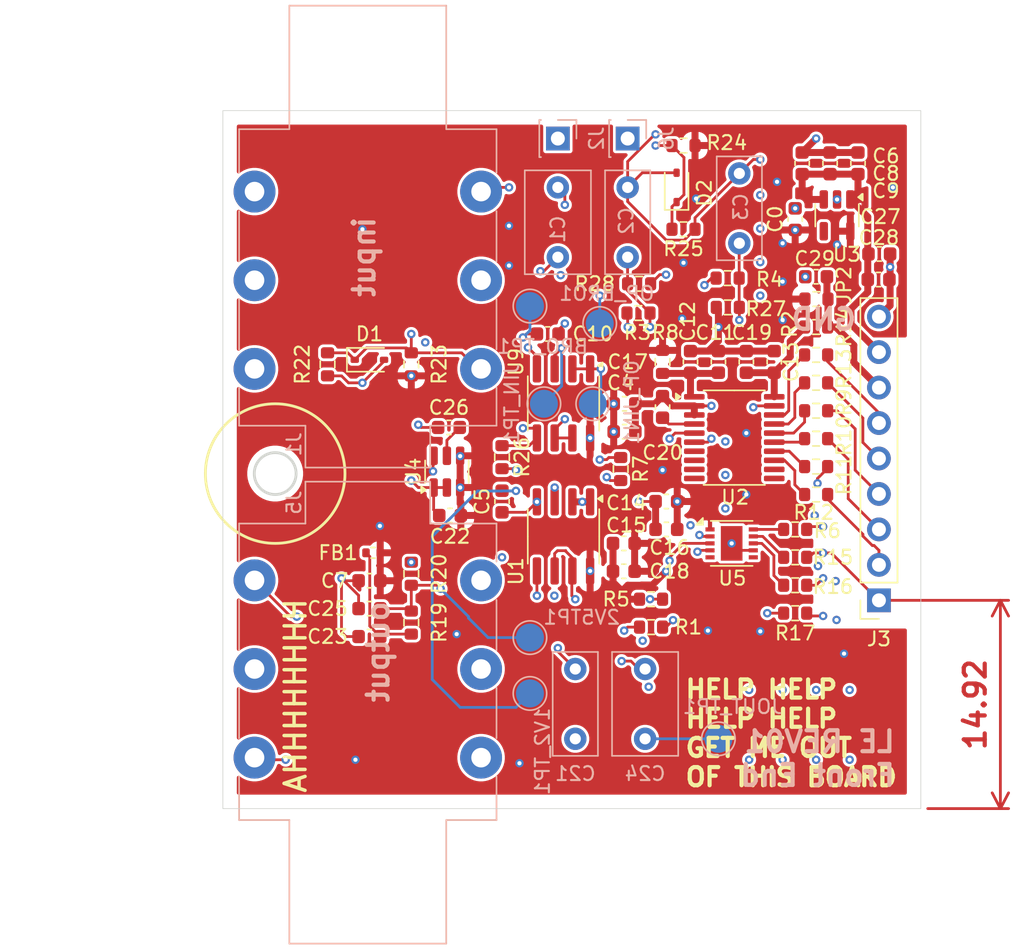
<source format=kicad_pcb>
(kicad_pcb (version 20241229) (generator "pcbnew") (generator_version "9.0")
  (layers (0 "F.Cu" mixed) (4 "In1.Cu" power "GND1") (6 "In2.Cu" mixed "Sig2") (8 "In3.Cu" mixed "Sig3") (10 "In4.Cu" power "GND2") (2 "B.Cu" jumper) (13 "F.Paste" user) (15 "B.Paste" user) (5 "F.SilkS" user "F.Silkscreen") (7 "B.SilkS" user "B.Silkscreen") (1 "F.Mask" user) (3 "B.Mask" user) (25 "Edge.Cuts" user))
  (net 0 "")
  (net 1 "+3V3_Analog")
  (net 2 "GND")
  (net 3 "/U1_REFERENCE_NON-INVERTING")
  (net 4 "/IN+")
  (net 5 "/IN-")
  (net 6 "Vin")
  (net 7 "/U9_input_neg")
  (net 8 "/POS_INPUT_SIG")
  (net 9 "/Neg_input_Header")
  (net 10 "Net-(U2-REFIN+{slash}OUT)")
  (net 11 "/VOUT")
  (net 12 "/SDO")
  (net 13 "/MCLK")
  (net 14 "/SCK")
  (net 15 "/{slash}IRQ")
  (net 16 "/SDI")
  (net 17 "/{slash}CS")
  (net 18 "Net-(U9A-+)")
  (net 19 "/ADC_PWR_AVDD")
  (net 20 "/2V5")
  (net 21 "Net-(U5-SDI)")
  (net 22 "/1V2")
  (net 23 "Net-(U2-SDO)")
  (net 24 "Net-(U2-SDI)")
  (net 25 "Net-(U2-SCK)")
  (net 26 "Net-(U2-*CS)")
  (net 27 "Net-(U2-*IRQ{slash}MDAT)")
  (net 28 "Net-(U2-MCLK)")
  (net 29 "Net-(U5-SCK)")
  (net 30 "Net-(U5-SDO)")
  (net 31 "Net-(U5-*CS)")
  (net 33 "/ADC_PWR_DVDD")
  (net 34 "/U1_INPUT_SIG")
  (net 35 "/2V5_INPUT_FILTER")
  (net 36 "/U1_OUTPUT_SIG")
  (net 37 "/U9_output_neg")
  (net 38 "Net-(U4-NR)")
  (net 47 "/OUTPUT_SIG")
  (net 48 "/U9_output_pos")
  (net 49 "+3V3_DIG")
  (footprint "Capacitor_SMD:C_0603_1608Metric" (layer "F.Cu") (at 81.697352 134.195882)
    (property "Reference" "C26")
    (property "Value" "0.1u")
  )
  (footprint "Resistor_SMD:R_0603_1608Metric" (layer "F.Cu") (at 79 148.175 90)
    (property "Reference" "R19")
    (property "Value" "2.4k")
  )
  (footprint "Capacitor_SMD:C_0603_1608Metric" (layer "F.Cu") (at 106.5 119.275 90)
    (property "Reference" "C0")
    (property "Value" "1u")
  )
  (footprint "Capacitor_SMD:C_0603_1608Metric" (layer "F.Cu") (at 109 115.275 90)
    (property "Reference" "C8")
    (property "Value" "0.1u")
  )
  (footprint "Capacitor_SMD:C_0603_1608Metric" (layer "F.Cu") (at 76.00097 147.175)
    (property "Reference" "C25")
    (property "Value" "0.1u")
  )
  (footprint "Resistor_SMD:R_0402_1005Metric" (layer "F.Cu") (at 76.265 143.175 180)
    (property "Reference" "FB1")
    (property "Value" "FerriteBead_Small")
  )
  (footprint "Resistor_SMD:R_0603_1608Metric" (layer "F.Cu") (at 106.5 147.5 180)
    (property "Reference" "R17")
    (property "Value" "33")
  )
  (footprint "Diode_SMD:D_SOD-323" (layer "F.Cu") (at 76 129.35)
    (property "Reference" "D1")
    (property "Value" "TSD05CDYFR")
  )
  (footprint "Resistor_SMD:R_0603_1608Metric" (layer "F.Cu") (at 101.662928 123.5)
    (property "Reference" "R4")
    (property "Value" "100")
  )
  (footprint "Resistor_SMD:R_0603_1608Metric" (layer "F.Cu") (at 85.5 136.325 -90)
    (property "Reference" "R26")
    (property "Value" "1k")
  )
  (footprint "Capacitor_SMD:C_0603_1608Metric" (layer "F.Cu") (at 94.275 134.5 180)
    (property "Reference" "C4")
    (property "Value" "0.1u")
  )
  (footprint "Capacitor_SMD:C_0603_1608Metric" (layer "F.Cu") (at 107 115.275 90)
    (property "Reference" "C6")
    (property "Value" "10u")
  )
  (footprint "Capacitor_SMD:C_0603_1608Metric" (layer "F.Cu") (at 88.775 127.5 180)
    (property "Reference" "C10")
    (property "Value" "1u")
  )
  (footprint "Resistor_SMD:R_0603_1608Metric" (layer "F.Cu") (at 95.275 126)
    (property "Reference" "R3")
    (property "Value" "100")
  )
  (footprint "Resistor_SMD:R_0603_1608Metric" (layer "F.Cu") (at 106.5 141.5 180)
    (property "Reference" "R6")
    (property "Value" "10")
  )
  (footprint "Capacitor_SMD:C_0603_1608Metric" (layer "F.Cu") (at 111 115.275 90)
    (property "Reference" "C9")
    (property "Value" "10u")
  )
  (footprint "Capacitor_SMD:C_0603_1608Metric" (layer "F.Cu") (at 76.00097 145.175)
    (property "Reference" "C7")
    (property "Value" "1u")
  )
  (footprint "Diode_SMD:D_SOD-323" (layer "F.Cu") (at 98.005954 117 90)
    (property "Reference" "D2")
    (property "Value" "TSD05CDYFR")
  )
  (footprint "Resistor_SMD:R_0603_1608Metric" (layer "F.Cu") (at 96.175 146.5 180)
    (property "Reference" "R5")
    (property "Value" "1Meg")
  )
  (footprint "Resistor_SMD:R_0603_1608Metric" (layer "F.Cu") (at 97 129.5 -90)
    (property "Reference" "R8")
    (property "Value" "33")
  )
  (footprint "Capacitor_SMD:C_0603_1608Metric" (layer "F.Cu") (at 105 129.5 -90)
    (property "Reference" "C13")
    (property "Value" "0.1u")
  )
  (footprint "Resistor_SMD:R_0603_1608Metric" (layer "F.Cu") (at 98.5 120)
    (property "Reference" "R25")
    (property "Value" "1Meg")
  )
  (footprint "Resistor_SMD:R_0603_1608Metric" (layer "F.Cu") (at 108 129 180)
    (property "Reference" "R14")
    (property "Value" "10")
  )
  (footprint "Resistor_SMD:R_0603_1608Metric" (layer "F.Cu") (at 106.5 145.5 180)
    (property "Reference" "R16")
    (property "Value" "10")
  )
  (footprint "Package_SO:SOIC-8_3.9x4.9mm_P1.27mm" (layer "F.Cu") (at 89.905 132.475 -90)
    (property "Reference" "U9")
    (property "Value" "LME49721")
  )
  (footprint "Capacitor_SMD:C_0603_1608Metric" (layer "F.Cu") (at 94.225 144.5)
    (property "Reference" "C18")
    (property "Value" "0.1u")
  )
  (footprint "Capacitor_SMD:C_0603_1608Metric" (layer "F.Cu") (at 97.275 141.5)
    (property "Reference" "C15")
    (property "Value" "0.1u")
  )
  (footprint "Resistor_SMD:R_0603_1608Metric" (layer "F.Cu") (at 79 144.675 90)
    (property "Reference" "R20")
    (property "Value" "7.5k")
  )
  (footprint "Resistor_SMD:R_0603_1608Metric" (layer "F.Cu") (at 108 133 180)
    (property "Reference" "R9")
    (property "Value" "10")
  )
  (footprint "Resistor_SMD:R_0603_1608Metric" (layer "F.Cu") (at 98.5 114 180)
    (property "Reference" "R24")
    (property "Value" "1Meg")
  )
  (footprint "Capacitor_SMD:C_0603_1608Metric" (layer "F.Cu") (at 108 123.4 180)
    (property "Reference" "C29")
    (property "Value" "1u")
  )
  (footprint "Resistor_SMD:R_0603_1608Metric" (layer "F.Cu") (at 106.5 143.5 180)
    (property "Reference" "R15")
    (property "Value" "10")
  )
  (footprint "Capacitor_SMD:C_0603_1608Metric" (layer "F.Cu") (at 76 149.175)
    (property "Reference" "C23")
    (property "Value" "0.1u")
  )
  (footprint "Resistor_SMD:R_0603_1608Metric" (layer "F.Cu") (at 96.175 148.5 180)
    (property "Reference" "R1")
    (property "Value" "100")
  )
  (footprint "Resistor_SMD:R_0603_1608Metric" (layer "F.Cu") (at 108 127)
    (property "Reference" "R2")
    (property "Value" "33")
  )
  (footprint "Capacitor_SMD:C_0603_1608Metric" (layer "F.Cu") (at 97 132.725 -90)
    (property "Reference" "C20")
    (property "Value" "0.1u")
  )
  (footprint "Resistor_SMD:R_0603_1608Metric" (layer "F.Cu") (at 108 131 180)
    (property "Reference" "R13")
    (property "Value" "10")
  )
  (footprint "Resistor_SMD:R_0603_1608Metric" (layer "F.Cu") (at 108 139 180)
    (property "Reference" "R12")
    (property "Value" "10")
  )
  (footprint "Package_SO:TSSOP-20_4.4x6.5mm_P0.65mm" (layer "F.Cu") (at 102.1375 134.925)
    (property "Reference" "U2")
    (property "Value" "MCP3461RT-E/ST")
  )
  (footprint "Package_DFN_QFN:DFN-10-1EP_3x3mm_P0.5mm_EP1.55x2.48mm" (layer "F.Cu") (at 101.95 142.5)
    (property "Reference" "U5")
    (property "Value" "MCP48CVD21T-E/MF")
  )
  (footprint "Capacitor_SMD:C_0603_1608Metric" (layer "F.Cu") (at 99 129.5 -90)
    (property "Reference" "C12")
    (property "Value" "0.1u")
  )
  (footprint "Resistor_SMD:R_0603_1608Metric" (layer "F.Cu") (at 73 129.675 -90)
    (property "Reference" "R22")
    (property "Value" "1Meg")
  )
  (footprint "Capacitor_SMD:C_0603_1608Metric" (layer "F.Cu") (at 112.475 123.6)
    (property "Reference" "C28")
    (property "Value" "1u")
  )
  (footprint "Resistor_SMD:R_0603_1608Metric" (layer "F.Cu") (at 108 137 180)
    (property "Reference" "R11")
    (property "Value" "10")
  )
  (footprint "Resistor_SMD:R_0603_1608Metric" (layer "F.Cu") (at 95.319223 123.905259 180)
    (property "Reference" "R28")
    (property "Value" "10k")
  )
  (footprint "Connector_PinSocket_2.54mm:PinSocket_1x09_P2.54mm_Vertical" (layer "F.Cu") (at 112.5 146.58 180)
    (property "Reference" "J3")
    (property "Value" "Conn_01x06")
  )
  (footprint "Capacitor_SMD:C_0603_1608Metric" (layer "F.Cu") (at 94.275 132.5 180)
    (property "Reference" "C17")
    (property "Value" "0.1u")
  )
  (footprint "Package_TO_SOT_SMD:SOT-23-5" (layer "F.Cu") (at 109.5 119 -90)
    (property "Reference" "U3")
    (property "Value" "NCP163ASN330T1G")
  )
  (footprint "Resistor_SMD:R_0603_1608Metric" (layer "F.Cu") (at 108 135 180)
    (property "Reference" "R10")
    (property "Value" "10")
  )
  (footprint "Resistor_SMD:R_0603_1608Metric" (layer "F.Cu") (at 108.025 125)
    (property "Reference" "JP2")
    (property "Value" "Jumper_2_Bridged")
  )
  (footprint "Resistor_SMD:R_0603_1608Metric" (layer "F.Cu") (at 79 129.675 90)
    (property "Reference" "R23")
    (property "Value" "1Meg")
  )
  (footprint "Capacitor_SMD:C_0603_1608Metric" (layer "F.Cu") (at 94.225 142.5)
    (property "Reference" "C16")
    (property "Value" "0.1u")
  )
  (footprint "Resistor_SMD:R_0603_1608Metric" (layer "F.Cu") (at 101.675 125.594741)
    (property "Reference" "R27")
    (property "Value" "10k")
  )
  (footprint "Package_TO_SOT_SMD:SOT-23-6" (layer "F.Cu") (at 81.55 137.3625 90)
    (property "Reference" "U4")
    (property "Value" "REF35120QDBVR")
  )
  (footprint "Resistor_SMD:R_0603_1608Metric" (layer "F.Cu") (at 94 137.175 -90)
    (property "Reference" "R7")
    (property "Value" "1k")
  )
  (footprint "Capacitor_SMD:C_0603_1608Metric" (layer "F.Cu") (at 97.275 139.5)
    (property "Reference" "C14")
    (property "Value" "10u")
  )
  (footprint "Capacitor_SMD:C_0603_1608Metric" (layer "F.Cu") (at 103 129.5 -90)
    (property "Reference" "C19")
    (property "Value" "0.1u")
  )
  (footprint "Capacitor_SMD:C_0603_1608Metric" (layer "F.Cu") (at 112.525 121.77)
    (property "Reference" "C27")
    (property "Value" "10u")
  )
  (footprint "Package_SO:SOIC-8_3.9x4.9mm_P1.27mm" (layer "F.Cu") (at 89.905 142 -90)
    (property "Reference" "U1")
    (property "Value" "LME49721")
  )
  (footprint "Capacitor_SMD:C_0603_1608Metric" (layer "F.Cu") (at 101 129.5 -90)
    (property "Reference" "C11")
    (property "Value" "0.1u")
  )
  (footprint "Capacitor_SMD:C_0603_1608Metric" (layer "F.Cu") (at 85.5 139.5 90)
    (property "Reference" "C5")
    (property "Value" "1u")
  )
  (footprint "Capacitor_SMD:C_0603_1608Metric" (layer "F.Cu") (at 81.775 140.5)
    (property "Reference" "C22")
    (property "Value" "0.1u")
  )
  (footprint "Capacitor_THT:C_Rect_L7.2mm_W3.0mm_P5.00mm_FKS2_FKP2_MKS2_MKP2" (layer "B.Cu") (at 94.5 117 -90)
    (property "Reference" "C2")
    (property "Value" "47n")
  )
  (footprint "Connector_Audio:Jack_6.35mm_Neutrik_NMJ6HFD2_Horizontal" (layer "B.Cu") (at 67.77 145.15 -90)
    (property "Reference" "J5")
    (property "Value" "Barrel_Jack")
  )
  (footprint "TestPoint:TestPoint_Pad_D2.0mm" (layer "B.Cu") (at 88.5 132.5 180)
    (property "Reference" "JIN_TP1")
    (property "Value" "TestPoint")
  )
  (footprint "Capacitor_THT:C_Rect_L7.2mm_W3.0mm_P5.00mm_FKS2_FKP2_MKS2_MKP2" (layer "B.Cu") (at 90.75 156.5 90)
    (property "Reference" "C21")
    (property "Value" "0.1u")
  )
  (footprint "Capacitor_THT:C_Rect_L7.2mm_W4.5mm_P5.00mm_FKS2_FKP2_MKS2_MKP2" (layer "B.Cu") (at 95.75 151.5 -90)
    (property "Reference" "C24")
    (property "Value" "1u")
  )
  (footprint "Connector_Audio:Jack_6.35mm_Neutrik_NMJ6HFD2_Horizontal" (layer "B.Cu") (at 84 130 90)
    (property "Reference" "J1")
    (property "Value" "Barrel_Jack")
  )
  (footprint "TestPoint:TestPoint_Pad_D2.0mm" (layer "B.Cu") (at 87.5 153.25 180)
    (property "Reference" "1V2_TP1")
    (property "Value" "TestPoint")
  )
  (footprint "TestPoint:TestPoint_Pad_D2.0mm" (layer "B.Cu") (at 92.5 126.75 180)
    (property "Reference" "OP_BRO1")
    (property "Value" "TestPoint")
  )
  (footprint "TestPoint:TestPoint_Pad_D2.0mm" (layer "B.Cu") (at 101 156.5 180)
    (property "Reference" "JOUT_TP1")
    (property "Value" "TestPoint")
  )
  (footprint "TestPoint:TestPoint_Pad_D2.0mm" (layer "B.Cu") (at 87.5 149.25 180)
    (property "Reference" "2V5TP1")
    (property "Value" "TestPoint")
  )
  (footprint "Capacitor_THT:C_Rect_L7.2mm_W4.5mm_P5.00mm_FKS2_FKP2_MKS2_MKP2" (layer "B.Cu") (at 89.5 122 90)
    (property "Reference" "C1")
    (property "Value" "1u")
  )
  (footprint "TestPoint:TestPoint_Pad_D2.0mm" (layer "B.Cu") (at 87.5 125.5 180)
    (property "Reference" "BRO_TP1")
    (property "Value" "TestPoint")
  )
  (footprint "Connector_PinSocket_2.54mm:PinSocket_1x01_P2.54mm_Vertical" (layer "B.Cu") (at 89.5 113.5 90)
    (property "Reference" "J2")
    (property "Value" "Conn_01x01")
  )
  (footprint "Capacitor_THT:C_Rect_L7.2mm_W3.0mm_P5.00mm_FKS2_FKP2_MKS2_MKP2" (layer "B.Cu") (at 102.5 116 -90)
    (property "Reference" "C3")
    (property "Value" "47n")
  )
  (footprint "Connector_PinSocket_2.54mm:PinSocket_1x01_P2.54mm_Vertical" (layer "B.Cu") (at 94.5 113.5 90)
    (property "Reference" "J6")
    (property "Value" "Conn_01x01")
  )
  (footprint "TestPoint:TestPoint_Pad_D2.0mm" (layer "B.Cu") (at 92 132.5 180)
    (property "Reference" "OP_JIN1")
    (property "Value" "TestPoint")
  )
  (gr_circle (center 69.25 137.5) (end 74.25 137.5) (stroke (width 0.2)) (fill no) (layer "F.SilkS"))
  (gr_circle (center 69.25 137.5) (end 70.75 137.5) (stroke (width 0.2)) (fill no) (layer "Edge.Cuts"))
  (gr_rect (start 65.5 111.5) (end 115.5 161.5) (stroke (width 0.05)) (fill no) (layer "Edge.Cuts"))
  (gr_text "HELP HELP\nHELP HELP\nGET ME OUT\nOF THIS BOARD" (at 98.5 160 0) (layer "F.SilkS") (effects (font (size 1.3 1.3) (thickness 0.3) (bold yes)) (justify left bottom)))
  (gr_text "AHHHHHHHH\n\n" (at 74 160.5 90) (layer "F.SilkS") (effects (font (size 1.5 1.5) (thickness 0.25) (bold yes)) (justify left bottom)))
  (gr_text "LE REV01 \nFront End\n" (at 113.8 160 0) (layer "B.SilkS") (effects (font (size 1.5 1.5) (thickness 0.3) (bold yes)) (justify left bottom mirror)))
  (gr_text "input\n" (at 76.5 125 90) (layer "B.SilkS") (effects (font (size 1.5 1.5) (thickness 0.3) (bold yes)) (justify right bottom mirror)))
  (gr_text "GND" (at 111.030339 127.330339 0) (layer "B.SilkS") (effects (font (size 1.5 1.5) (thickness 0.3) (bold yes)) (justify left bottom mirror)))
  (gr_text "output" (at 77.5 146.5 90) (layer "B.SilkS") (effects (font (size 1.5 1.5) (thickness 0.3) (bold yes)) (justify left bottom mirror)))
  (dimension (type orthogonal) (layer "F.Cu") (pts (xy 115.5 161.5) (xy 112.5 146.58)) (height 5.7) (orientation 1) (format (prefix "") (suffix "") (units 3) (units_format 0) (precision 4) (suppress_zeroes yes)) (style (thickness 0.2) (arrow_length 1.27) (text_position_mode 0) (arrow_direction outward) (extension_height 0.58642) (extension_offset 0.5) (keep_text_aligned yes)) (gr_text "14.92" (at 119.4 154.04 90) (layer "F.Cu") (effects (font (size 1.5 1.5) (thickness 0.3)))))
  (segment (start 98.05 139.5) (end 99 139.5) (width 0.2) (layer "F.Cu") (net 1))
  (segment (start 98.5 139.5) (end 98.5 139.25) (width 0.2) (layer "F.Cu") (net 1))
  (segment (start 100.4 140.9) (end 100.4 141.5) (width 0.2) (layer "F.Cu") (net 1))
  (segment (start 76.775 143.175) (end 76.775 145.17403) (width 0.2) (layer "F.Cu") (net 1))
  (segment (start 76.775 145.17403) (end 76.77597 145.175) (width 0.2) (layer "F.Cu") (net 1))
  (segment (start 93.5 134.5) (end 93.5 132.5) (width 0.2) (layer "F.Cu") (net 1))
  (segment (start 98.05 139.5) (end 98.05 141.5) (width 0.2) (layer "F.Cu") (net 1))
  (segment (start 100.4 141.5) (end 100.5 141.5) (width 0.2) (layer "F.Cu") (net 1))
  (segment (start 99 139.5) (end 100.4 140.9) (width 0.2) (layer "F.Cu") (net 1))
  (segment (start 82.5 136.225) (end 82.5 136.25) (width 0.2) (layer "F.Cu") (net 1))
  (via (at 82.5 136.25) (size 0.6) (drill 0.3) (layers "F.Cu" "B.Cu") (net 1))
  (via (at 104 148.8) (size 0.6) (drill 0.3) (layers "F.Cu" "B.Cu") (net 1))
  (via (at 105.2 116.6) (size 0.6) (drill 0.3) (layers "F.Cu" "B.Cu") (net 1))
  (via (at 105.6 121) (size 0.6) (drill 0.3) (layers "F.Cu" "B.Cu") (net 1))
  (via (at 86.75 158.25) (size 0.6) (drill 0.3) (layers "F.Cu" "B.Cu") (net 1))
  (via (at 98.4 126.4) (size 0.6) (drill 0.3) (layers "F.Cu" "B.Cu") (net 1))
  (via (at 103 134.6) (size 0.6) (drill 0.3) (layers "F.Cu" "B.Cu") (net 1))
  (via (at 105.6 126.5) (size 0.6) (drill 0.3) (layers "F.Cu" "B.Cu") (net 1))
  (via (at 91.81 144.475) (size 0.6) (drill 0.3) (layers "F.Cu" "B.Cu") (net 1))
  (via (at 98.05 139.5) (size 0.6) (drill 0.3) (layers "F.Cu" "B.Cu") (net 1))
  (via (at 79 130.5) (size 0.6) (drill 0.3) (layers "F.Cu" "B.Cu") (net 1))
  (via (at 98.5 122.4) (size 0.6) (drill 0.3) (layers "F.Cu" "B.Cu") (net 1))
  (via (at 75.5 120) (size 0.6) (drill 0.3) (layers "F.Cu" "B.Cu") (net 1))
  (via (at 91.81 134.95) (size 0.6) (drill 0.3) (layers "F.Cu" "B.Cu") (net 1))
  (via (at 105.6 123.75) (size 0.6) (drill 0.3) (layers "F.Cu" "B.Cu") (net 1))
  (via (at 100.25 148.75) (size 0.6) (drill 0.3) (layers "F.Cu" "B.Cu") (net 1))
  (via (at 93.5 132.5) (size 0.6) (drill 0.3) (layers "F.Cu" "B.Cu") (net 1))
  (via (at 86 119.75) (size 0.6) (drill 0.3) (layers "F.Cu" "B.Cu") (net 1))
  (via (at 106.5 120.05) (size 0.6) (drill 0.3) (layers "F.Cu" "B.Cu") (net 1))
  (via (at 86 122.6) (size 0.6) (drill 0.3) (layers "F.Cu" "B.Cu") (net 1))
  (via (at 110 150.4) (size 0.6) (drill 0.3) (layers "F.Cu" "B.Cu") (net 1))
  (via (at 82.25 149) (size 0.6) (drill 0.3) (layers "F.Cu" "B.Cu") (net 1))
  (via (at 97 137.25) (size 0.6) (drill 0.3) (layers "F.Cu" "B.Cu") (net 1))
  (via (at 113.5 117) (size 0.6) (drill 0.3) (layers "F.Cu" "B.Cu") (net 1))
  (via (at 76.75 141.25) (size 0.6) (drill 0.3) (layers "F.Cu" "B.Cu") (net 1))
  (via (at 93.5 134.5) (size 0.6) (drill 0.3) (layers "F.Cu" "B.Cu") (net 1))
  (via (at 109.5 121.1) (size 0.6) (drill 0.3) (layers "F.Cu" "B.Cu") (net 1))
  (via (at 82.5 138.5) (size 0.6) (drill 0.3) (layers "F.Cu" "B.Cu") (net 1))
  (via (at 103 139) (size 0.6) (drill 0.3) (layers "F.Cu" "B.Cu") (net 1))
  (via (at 75 158) (size 0.6) (drill 0.3) (layers "F.Cu" "B.Cu") (net 1))
  (via (at 99.4 117.8) (size 0.6) (drill 0.3) (layers "F.Cu" "B.Cu") (net 1))
  (segment (start 84.2 117.5) (end 84 117.3) (width 0.2) (layer "F.Cu") (net 2))
  (segment (start 74 145) (end 74 148.85) (width 0.2) (layer "F.Cu") (net 2))
  (segment (start 96.45006 113.199997) (end 94.5 115.150057) (width 0.2) (layer "F.Cu") (net 2))
  (segment (start 88 129.107772) (end 88 130) (width 0.2) (layer "F.Cu") (net 2))
  (segment (start 81.55 138.5) (end 80.6 138.5) (width 0.2) (layer "F.Cu") (net 2))
  (segment (start 101 127) (end 101 125.744741) (width 0.5) (layer "F.Cu") (net 2))
  (segment (start 96.45 132.5) (end 97 131.95) (width 0.5) (layer "F.Cu") (net 2))
  (segment (start 100.5 132.65) (end 99.275 132.65) (width 0.2) (layer "F.Cu") (net 2))
  (segment (start 75.22597 147.175) (end 75.22597 146.22597) (width 0.2) (layer "F.Cu") (net 2))
  (segment (start 103.6 132.65) (end 103.5 132.75) (width 0.2) (layer "F.Cu") (net 2))
  (segment (start 96.5 113.199997) (end 96.45006 113.199997) (width 0.2) (layer "F.Cu") (net 2))
  (segment (start 75.22597 145.175) (end 74.175 145.175) (width 0.2) (layer "F.Cu") (net 2))
  (segment (start 99.325 119.175) (end 102.5 116) (width 0.2) (layer "F.Cu") (net 2))
  (segment (start 97 131.95) (end 97.7 132.65) (width 0.5) (layer "F.Cu") (net 2))
  (segment (start 103.5 143) (end 102.45 143) (width 0.2) (layer "F.Cu") (net 2))
  (segment (start 101 128) (end 100.275 128.725) (width 0.5) (layer "F.Cu") (net 2))
  (segment (start 95.05 132.5) (end 95.05 134.5) (width 0.5) (layer "F.Cu") (net 2))
  (segment (start 87 140.275) (end 85.5 140.275) (width 0.2) (layer "F.Cu") (net 2))
  (segment (start 95.5 145.5) (end 95.515294 145.484706) (width 0.5) (layer "F.Cu") (net 2))
  (segment (start 99.275 132.65) (end 99.275 133.3) (width 0.5) (layer "F.Cu") (net 2))
  (segment (start 95.05 132.5) (end 96.45 132.5) (width 0.5) (layer "F.Cu") (net 2))
  (segment (start 112.5 126.26) (end 113.3 125.46) (width 0.5) (layer "F.Cu") (net 2))
  (segment (start 88 139.525) (end 87.25 140.275) (width 0.2) (layer "F.Cu") (net 2))
  (segment (start 94.5 117) (end 94.5 118.014064) (width 0.2) (layer "F.Cu") (net 2))
  (segment (start 99 128.725) (end 105 128.725) (width 0.5) (layer "F.Cu") (net 2))
  (segment (start 67.92 158) (end 67.77 157.85) (width 0.2) (layer "F.Cu") (net 2))
  (segment (start 93.979866 145.979866) (end 93.979866 145.805866) (width 0.5) (layer "F.Cu") (net 2))
  (segment (start 113.3 122.7) (end 113.3 121.77) (width 0.5) (layer "F.Cu") (net 2))
  (segment (start 95.35 146.5) (end 94.5 146.5) (width 0.5) (layer "F.Cu") (net 2))
  (segment (start 95.515294 145.484706) (end 96.265294 145.484706) (width 0.5) (layer "F.Cu") (net 2))
  (segment (start 102.5 116) (end 103.5 115) (width 0.2) (layer "F.Cu") (net 2))
  (segment (start 101 125.744741) (end 100.85 125.594741) (width 0.5) (layer "F.Cu") (net 2))
  (segment (start 93.979866 145.805866) (end 94.226 145.805866) (width 0.5) (layer "F.Cu") (net 2))
  (segment (start 95.55 115.95) (end 94.5 117) (width 0.2) (layer "F.Cu") (net 2))
  (segment (start 102.45 143) (end 101.95 142.5) (width 0.2) (layer "F.Cu") (net 2))
  (segment (start 94.226 145.783892) (end 94.509892 145.5) (width 0.5) (layer "F.Cu") (net 2))
  (segment (start 86 117) (end 84.3 117) (width 0.2) (layer "F.Cu") (net 2))
  (segment (start 97.5 144.75) (end 97.25 144.5) (width 0.2) (layer "F.Cu") (net 2))
  (segment (start 95.3 139.5) (end 96.5 139.5) (width 0.2) (layer "F.Cu") (net 2))
  (segment (start 74.175 145.175) (end 74 145) (width 0.2) (layer "F.Cu") (net 2))
  (segment (start 94.226 145.805866) (end 94.226 145.783892) (width 0.5) (layer "F.Cu") (net 2))
  (segment (start 93.45 145.45) (end 93.45 144.5) (width 0.5) (layer "F.Cu") (net 2))
  (segment (start 95.356325 146.493675) (end 95.35 146.5) (width 0.2) (layer "F.Cu") (net 2))
  (segment (start 79.5 138.5) (end 79 138) (width 0.2) (layer "F.Cu") (net 2))
  (segment (start 99.325 120) (end 99.325 119.175) (width 0.2) (layer "F.Cu") (net 2))
  (segment (start 97.7 132.65) (end 99.275 132.65) (width 0.5) (layer "F.Cu") (net 2))
  (segment (start 94.5 146.5) (end 93.979866 145.979866) (width 0.5) (layer "F.Cu") (net 2))
  (segment (start 74 130.5) (end 74.5 131) (width 0.2) (layer "F.Cu") (net 2))
  (segment (start 75.22597 146.22597) (end 74 145) (width 0.2) (layer "F.Cu") (net 2))
  (segment (start 93.45 142.5) (end 93.45 144.5) (width 0.5) (layer "F.Cu") (net 2))
  (segment (start 94.509892 145.5) (end 95.5 145.5) (width 0.5) (layer "F.Cu") (net 2))
  (segment (start 87.357772 128.465544) (end 88 129.107772) (width 0.2) (layer "F.Cu") (net 2))
  (segment (start 105 132.65) (end 103.6 132.65) (width 0.2) (layer "F.Cu") (net 2))
  (segment (start 93.805866 145.805866) (end 93.45 145.45) (width 0.5) (layer "F.Cu") (net 2))
  (segment (start 77.05 129.35) (end 77.05 129.45) (width 0.2) (layer "F.Cu") (net 2))
  (segment (start 93.979866 145.805866) (end 93.805866 145.805866) (width 0.5) (layer "F.Cu") (net 2))
  (segment (start 80.6 138.5) (end 80.6 140.1) (width 0.2) (layer "F.Cu") (net 2))
  (segment (start 96.5 141.5) (end 96.5 139.5) (width 0.5) (layer "F.Cu") (net 2))
  (segment (start 100.275 128.725) (end 99 128.725) (width 0.5) (layer "F.Cu") (net 2))
  (segment (start 80.6 140.1) (end 81 140.5) (width 0.2) (layer "F.Cu") (net 2))
  (segment (start 113.3 125.46) (end 113.3 122.7) (width 0.5) (layer "F.Cu") (net 2))
  (segment (start 74.5 131) (end 75.5 131) (width 0.2) (layer "F.Cu") (net 2))
  (segment (start 80.6 138.5) (end 79.5 138.5) (width 0.2) (layer "F.Cu") (net 2))
  (segment (start 80.922352 134.195882) (end 79.695882 134.195882) (width 0.2) (layer "F.Cu") (net 2))
  (segment (start 96.265294 145.484706) (end 97.25 144.5) (width 0.5) (layer "F.Cu") (net 2))
  (segment (start 73 130.5) (end 74 130.5) (width 0.2) (layer "F.Cu") (net 2))
  (segment (start 98.005954 115.95) (end 95.55 115.95) (width 0.2) (layer "F.Cu") (net 2))
  (segment (start 74 148.85) (end 74.325 149.175) (width 0.2) (layer "F.Cu") (net 2))
  (segment (start 101 127) (end 101 128) (width 0.5) (layer "F.Cu") (net 2))
  (segment (start 96.799482 123.25) (end 96.144223 123.905259) (width 0.2) (layer "F.Cu") (net 2))
  (segment (start 97.261936 120.776) (end 98.549 120.776) (width 0.2) (layer "F.Cu") (net 2))
  (segment (start 97.25 123.25) (end 96.799482 123.25) (width 0.2) (layer "F.Cu") (net 2))
  (segment (start 107 114.5) (end 111 114.5) (width 0.5) (layer "F.Cu") (net 2))
  (segment (start 98.549 120.776) (end 99.325 120) (width 0.2) (layer "F.Cu") (net 2))
  (segment (start 87.25 140.275) (end 87 140.275) (width 0.2) (layer "F.Cu") (net 2))
  (segment (start 94.5 118.014064) (end 97.261936 120.776) (width 0.2) (layer "F.Cu") (net 2))
  (segment (start 70 158) (end 67.92 158) (width 0.2) (layer "F.Cu") (net 2))
  (segment (start 94.5 115.150057) (end 94.5 117) (width 0.2) (layer "F.Cu") (net 2))
  (segment (start 74.325 149.175) (end 75.225 149.175) (width 0.2) (layer "F.Cu") (net 2))
  (segment (start 103.5 115) (end 104 115) (width 0.2) (layer "F.Cu") (net 2))
  (segment (start 77.05 129.45) (end 75.5 131) (width 0.2) (layer "F.Cu") (net 2))
  (segment (start 79.695882 134.195882) (end 79.5 134) (width 0.2) (layer "F.Cu") (net 2))
  (segment (start 108 113.5) (end 107 114.5) (width 0.5) (layer "F.Cu") (net 2))
  (segment (start 84.3 117) (end 84 117.3) (width 0.2) (layer "F.Cu") (net 2))
  (via (at 107.225 123.4) (size 0.6) (drill 0.3) (layers "F.Cu" "B.Cu") (net 2))
  (via (at 97.25 123.25) (size 0.6) (drill 0.3) (layers "F.Cu" "B.Cu") (net 2))
  (via (at 101.5 135.2) (size 0.6) (drill 0.3) (layers "F.Cu" "B.Cu") (net 2))
  (via (at 96.004952 152.774758) (size 0.6) (drill 0.3) (layers "F.Cu" "B.Cu") (net 2))
  (via (at 105.6 153) (size 0.6) (drill 0.3) (layers "F.Cu" "B.Cu") (net 2))
  (via (at 106.5 118.5) (size 0.6) (drill 0.3) (layers "F.Cu" "B.Cu") (net 2))
  (via (at 75.5 131) (size 0.6) (drill 0.3) (layers "F.Cu" "B.Cu") (net 2))
  (via (at 108.134761 144.122205) (size 0.6) (drill 0.3) (layers "F.Cu" "B.Cu") (net 2))
  (via (at 99 141.2) (size 0.6) (drill 0.3) (layers "F.Cu" "B.Cu") (net 2))
  (via (at 107.9 140.5) (size 0.6) (drill 0.3) (layers "F.Cu" "B.Cu") (net 2))
  (via (at 95.3 139.5) (size 0.6) (drill 0.3) (layers "F.Cu" "B.Cu") (net 2))
  (via (at 101 127) (size 0.6) (drill 0.3) (layers "F.Cu" "B.Cu") (net 2))
  (via (at 74 145) (size 0.6) (drill 0.3) (layers "F.Cu" "B.Cu") (net 2))
  (via (at 86 117) (size 0.6) (drill 0.3) (layers "F.Cu" "B.Cu") (net 2))
  (via (at 108 113.5) (size 0.6) (drill 0.3) (layers "F.Cu" "B.Cu") (net 2))
  (via (at 104 119.95) (size 0.6) (drill 0.3) (layers "F.Cu" "B.Cu") (net 2))
  (via (at 101.95 142.5) (size 0.6) (drill 0.3) (layers "F.Cu" "B.Cu") (net 2))
  (via (at 109.4 145.2) (size 0.6) (drill 0.3) (layers "F.Cu" "B.Cu") (net 2))
  (via (at 70 158) (size 0.6) (drill 0.3) (layers "F.Cu" "B.Cu") (net 2))
  (via (at 109.5 117.8625) (size 0.6) (drill 0.3) (layers "F.Cu" "B.Cu") (net 2))
  (via (at 87.357772 128.465544) (size 0.6) (drill 0.3) (layers "F.Cu" "B.Cu") (net 2))
  (via (at 89.699999 123.284524) (size 0.6) (drill 0.3) (layers "F.Cu" "B.Cu") (net 2))
  (via (at 79 138) (size 0.6) (drill 0.3) (layers "F.Cu" "B.Cu") (net 2))
  (via (at 95.573514 149.474986) (size 0.6) (drill 0.3) (layers "F.Cu" "B.Cu") (net 2))
  (via (at 108 153) (size 0.6) (drill 0.3) (layers "F.Cu" "B.Cu") (net 2))
  (via (at 103.2 158) (size 0.6) (drill 0.3) (layers "F.Cu" "B.Cu") (net 2))
  (via (at 103.2 153) (size 0.6) (drill 0.3) (layers "F.Cu" "B.Cu") (net 2))
  (via (at 104 122.35) (size 0.6) (drill 0.3) (layers "F.Cu" "B.Cu") (net 2))
  (via (at 109.463677 147.984853) (size 0.6) (drill 0.3) (layers "F.Cu" "B.Cu") (net 2))
  (via (at 89.25 146.25) (size 0.6) (drill 0.3) (layers "F.Cu" "B.Cu") (net 2))
  (via (at 113.3 122.7) (size 0.6) (drill 0.3) (layers "F.Cu" "B.Cu") (net 2))
  (via (at 79 143.85) (size 0.6) (drill 0.3) (layers "F.Cu" "B.Cu") (net 2))
  (via (at 97.25 144.5) (size 0.6) (drill 0.3) (layers "F.Cu" "B.Cu") (net 2))
  (via (at 104 115) (size 0.6) (drill 0.3) (layers "F.Cu" "B.Cu") (net 2))
  (via (at 85.5 143.5) (size 0.6) (drill 0.3) (layers "F.Cu" "B.Cu") (net 2))
  (via (at 110.4 158) (size 0.6) (drill 0.3) (layers "F.Cu" "B.Cu") (net 2))
  (via (at 101.5 137.6) (size 0.6) (drill 0.3) (layers "F.Cu" "B.Cu") (net 2))
  (via (at 96.5 113.199997) (size 0.6) (drill 0.3) (layers "F.Cu" "B.Cu") (net 2))
  (via (at 101.5 140) (size 0.6) (drill 0.3) (layers "F.Cu" "B.Cu") (net 2))
  (via (at 104 117.55) (size 0.6) (drill 0.3) (layers "F.Cu" "B.Cu") (net 2))
  (via (at 103.5 132.75) (size 0.6) (drill 0.3) (layers "F.Cu" "B.Cu") (net 2))
  (via (at 108 158) (size 0.6) (drill 0.3) (layers "F.Cu" "B.Cu") (net 2))
  (via (at 110.4 153) (size 0.6) (drill 0.3) (layers "F.Cu" "B.Cu") (net 2))
  (via (at 104 124.75) (size 0.6) (drill 0.3) (layers "F.Cu" "B.Cu") (net 2))
  (via (at 88 139.525) (size 0.6) (drill 0.3) (layers "F.Cu" "B.Cu") (net 2))
  (via (at 100.5 132.65) (size 0.6) (drill 0.3) (layers "F.Cu" "B.Cu") (net 2))
  (via (at 105.6 158) (size 0.6) (drill 0.3) (layers "F.Cu" "B.Cu") (net 2))
  (via (at 80 128.1) (size 0.6) (drill 0.3) (layers "F.Cu" "B.Cu") (net 2))
  (via (at 79.5 134) (size 0.6) (drill 0.3) (layers "F.Cu" "B.Cu") (net 2))
  (segment (start 89.27 138.5) (end 89.27 139.525) (width 0.2) (layer "F.Cu") (net 3))
  (segment (start 85.275 138.5) (end 85.516051 138.741051) (width 0.2) (layer "F.Cu") (net 3))
  (segment (start 80.6 136.851842) (end 80.6 136.225) (width 0.2) (layer "F.Cu") (net 3))
  (segment (start 80.555408 136.896434) (end 80.6 136.851842) (width 0.2) (layer "F.Cu") (net 3))
  (segment (start 80.555408 137.3375) (end 80.555408 136.896434) (width 0.2) (layer "F.Cu") (net 3))
  (segment (start 85.516051 138.741051) (end 86.497017 138.741051) (width 0.2) (layer "F.Cu") (net 3))
  (via (at 80.555408 137.3375) (size 0.6) (drill 0.3) (layers "F.Cu" "B.Cu") (net 3))
  (via (at 89.27 138.5) (size 0.6) (drill 0.3) (layers "F.Cu" "B.Cu") (net 3))
  (via (at 86.497017 138.741051) (size 0.6) (drill 0.3) (layers "F.Cu" "B.Cu") (net 3))
  (segment (start 83.75 138.75) (end 80.5 142) (width 0.2) (layer "B.Cu") (net 3))
  (segment (start 86.5 154.25) (end 82.5 154.25) (width 0.2) (layer "B.Cu") (net 3))
  (segment (start 82.5 154.25) (end 80.5 152.25) (width 0.2) (layer "B.Cu") (net 3))
  (segment (start 87.5 153.25) (end 86.5 154.25) (width 0.2) (layer "B.Cu") (net 3))
  (segment (start 86.497017 138.741051) (end 85.483949 138.741051) (width 0.2) (layer "B.Cu") (net 3))
  (segment (start 85.475 138.75) (end 83.75 138.75) (width 0.2) (layer "B.Cu") (net 3))
  (segment (start 80.5 142) (end 80.5 152.25) (width 0.2) (layer "B.Cu") (net 3))
  (segment (start 85.483949 138.741051) (end 85.475 138.75) (width 0.2) (layer "B.Cu") (net 3))
  (segment (start 96.1 127) (end 96.1 126) (width 0.2) (layer "F.Cu") (net 4))
  (segment (start 94.494223 122.005777) (end 94.5 122) (width 0.2) (layer "F.Cu") (net 4))
  (segment (start 97.9 134.6) (end 97.5 135) (width 0.2) (layer "F.Cu") (net 4))
  (segment (start 99.275 134.6) (end 97.9 134.6) (width 0.2) (layer "F.Cu") (net 4))
  (segment (start 94.494223 123.905259) (end 94.494223 122.005777) (width 0.2) (layer "F.Cu") (net 4))
  (segment (start 94.494223 124.394223) (end 96.1 126) (width 0.2) (layer "F.Cu") (net 4))
  (segment (start 94.494223 123.905259) (end 94.494223 124.394223) (width 0.2) (layer "F.Cu") (net 4))
  (via (at 97.5 135) (size 0.6) (drill 0.3) (layers "F.Cu" "B.Cu") (net 4))
  (via (at 96.1 127) (size 0.6) (drill 0.3) (layers "F.Cu" "B.Cu") (net 4))
  (segment (start 102.487928 123.5) (end 102.487928 125.582669) (width 0.2) (layer "F.Cu") (net 5))
  (segment (start 102.5 126.5) (end 102.5 125.594741) (width 0.2) (layer "F.Cu") (net 5))
  (segment (start 102.487928 121.012072) (end 102.5 121) (width 0.2) (layer "F.Cu") (net 5))
  (segment (start 100.25 135.25) (end 100.5 135) (width 0.2) (layer "F.Cu") (net 5))
  (segment (start 102.487928 123.5) (end 102.487928 121.012072) (width 0.2) (layer "F.Cu") (net 5))
  (segment (start 102.487928 125.582669) (end 102.5 125.594741) (width 0.2) (layer "F.Cu") (net 5))
  (segment (start 99.275 135.25) (end 100.25 135.25) (width 0.2) (layer "F.Cu") (net 5))
  (via (at 100.5 135) (size 0.6) (drill 0.3) (layers "F.Cu" "B.Cu") (net 5))
  (via (at 102.5 126.5) (size 0.6) (drill 0.3) (layers "F.Cu" "B.Cu") (net 5))
  (segment (start 111 116.05) (end 111 117.3125) (width 0.5) (layer "F.Cu") (net 6))
  (segment (start 110.5 125.7) (end 111.7 124.5) (width 0.5) (layer "F.Cu") (net 6))
  (segment (start 111.7 119.1125) (end 110.45 117.8625) (width 0.5) (layer "F.Cu") (net 6))
  (segment (start 111 117.3125) (end 110.45 117.8625) (width 0.5) (layer "F.Cu") (net 6))
  (segment (start 112.5 128.8) (end 110.5 126.8) (width 0.5) (layer "F.Cu") (net 6))
  (segment (start 110.5 126.8) (end 110.5 125.7) (width 0.5) (layer "F.Cu") (net 6))
  (segment (start 111.7 124.5) (end 111.7 123.6) (width 0.5) (layer "F.Cu") (net 6))
  (segment (start 111.7 123.6) (end 111.7 119.1125) (width 0.5) (layer "F.Cu") (net 6))
  (segment (start 85.5 135.5) (end 87.45 135.5) (width 0.2) (layer "F.Cu") (net 7))
  (segment (start 88 127.5) (end 87.25 127.5) (width 0.2) (layer "F.Cu") (net 7))
  (segment (start 88 134.25) (end 87 134.25) (width 0.2) (layer "F.Cu") (net 7))
  (segment (start 87.25 127.5) (end 87 127.75) (width 0.2) (layer "F.Cu") (net 7))
  (segment (start 87.45 135.5) (end 88 134.95) (width 0.2) (layer "F.Cu") (net 7))
  (segment (start 88 134.95) (end 88 134.25) (width 0.2) (layer "F.Cu") (net 7))
  (via (at 87 127.75) (size 0.6) (drill 0.3) (layers "F.Cu" "B.Cu") (net 7))
  (via (at 87 134.25) (size 0.6) (drill 0.3) (layers "F.Cu" "B.Cu") (net 7))
  (segment (start 87.5 125.5) (end 87.5 127.25) (width 0.2) (layer "B.Cu") (net 7))
  (segment (start 87.5 127.25) (end 87 127.75) (width 0.2) (layer "B.Cu") (net 7))
  (segment (start 74.95 129.35) (end 75.8 128.5) (width 0.2) (layer "F.Cu") (net 8))
  (segment (start 83.75 130) (end 82.6 128.85) (width 0.2) (layer "F.Cu") (net 8))
  (segment (start 88.5 123) (end 89.5 122) (width 0.2) (layer "F.Cu") (net 8))
  (segment (start 78.65 128.5) (end 79 128.85) (width 0.2) (layer "F.Cu") (net 8))
  (segment (start 79 127.5) (end 79 128.85) (width 0.2) (layer "F.Cu") (net 8))
  (segment (start 82.6 128.85) (end 79 128.85) (width 0.2) (layer "F.Cu") (net 8))
  (segment (start 74.45 128.85) (end 74.95 129.35) (width 0.2) (layer "F.Cu") (net 8))
  (segment (start 84 130) (end 83.75 130) (width 0.2) (layer "F.Cu") (net 8))
  (segment (start 75.8 128.5) (end 78.65 128.5) (width 0.2) (layer "F.Cu") (net 8))
  (segment (start 88.25 123) (end 88.5 123) (width 0.2) (layer "F.Cu") (net 8))
  (segment (start 73 128.85) (end 74.45 128.85) (width 0.2) (layer "F.Cu") (net 8))
  (via (at 88.25 123) (size 0.6) (drill 0.3) (layers "F.Cu" "B.Cu") (net 8))
  (via (at 79 127.5) (size 0.6) (drill 0.3) (layers "F.Cu" "B.Cu") (net 8))
  (segment (start 89.5 127.45) (end 89.55 127.5) (width 0.2) (layer "F.Cu") (net 9))
  (segment (start 97.675 120) (end 97.675 118.380954) (width 0.2) (layer "F.Cu") (net 9))
  (segment (start 97.675 118.380954) (end 98.005954 118.05) (width 0.2) (layer "F.Cu") (net 9))
  (segment (start 98.531954 117.524) (end 98.531954 114.856954) (width 0.2) (layer "F.Cu") (net 9))
  (segment (start 98.005954 118.05) (end 98.531954 117.524) (width 0.2) (layer "F.Cu") (net 9))
  (segment (start 89.5 127.25) (end 89.5 127.45) (width 0.2) (layer "F.Cu") (net 9))
  (segment (start 98.531954 114.856954) (end 97.675 114) (width 0.2) (layer "F.Cu") (net 9))
  (segment (start 96.5 114) (end 97.675 114) (width 0.2) (layer "F.Cu") (net 9))
  (segment (start 90 126.75) (end 89.5 127.25) (width 0.2) (layer "F.Cu") (net 9))
  (via (at 90 126.75) (size 0.6) (drill 0.3) (layers "F.Cu" "B.Cu") (net 9))
  (via (at 96.5 114) (size 0.6) (drill 0.3) (layers "F.Cu" "B.Cu") (net 9))
  (segment (start 97 133.5) (end 97.45 133.95) (width 0.2) (layer "F.Cu") (net 10))
  (segment (start 97.45 133.95) (end 99.275 133.95) (width 0.2) (layer "F.Cu") (net 10))
  (segment (start 100.4 143) (end 99.6 143) (width 0.2) (layer "F.Cu") (net 11))
  (segment (start 99.6 143) (end 99.5 143.1) (width 0.2) (layer "F.Cu") (net 11))
  (segment (start 97.25 148.5) (end 97.75 148) (width 0.2) (layer "F.Cu") (net 11))
  (segment (start 97 148.5) (end 97.25 148.5) (width 0.2) (layer "F.Cu") (net 11))
  (via (at 99.5 143.1) (size 0.6) (drill 0.3) (layers "F.Cu" "B.Cu") (net 11))
  (via (at 97.75 148) (size 0.6) (drill 0.3) (layers "F.Cu" "B.Cu") (net 11))
  (segment (start 107.325 145.5) (end 108 145.5) (width 0.2) (layer "F.Cu") (net 12))
  (segment (start 107.325 145.5) (end 107.624 145.5) (width 0.2) (layer "F.Cu") (net 12))
  (segment (start 110.8 134.3) (end 110.8 137.26) (width 0.2) (layer "F.Cu") (net 12))
  (segment (start 108 145.5) (end 108.5 145) (width 0.2) (layer "F.Cu") (net 12))
  (segment (start 109.5 133) (end 110.8 134.3) (width 0.2) (layer "F.Cu") (net 12))
  (segment (start 108.825 133) (end 109.5 133) (width 0.2) (layer "F.Cu") (net 12))
  (segment (start 108.825 133) (end 109.12 133) (width 0.2) (layer "F.Cu") (net 12))
  (segment (start 110.8 137.26) (end 112.5 138.96) (width 0.2) (layer "F.Cu") (net 12))
  (via (at 108.5 145) (size 0.6) (drill 0.3) (layers "F.Cu" "B.Cu") (net 12))
  (segment (start 112.5 133.15) (end 112.5 133.88) (width 0.2) (layer "F.Cu") (net 13))
  (segment (start 108.825 129) (end 108.825 129.475) (width 0.2) (layer "F.Cu") (net 13))
  (segment (start 108.825 129.475) (end 112.5 133.15) (width 0.2) (layer "F.Cu") (net 13))
  (segment (start 108.1 137.85) (end 108.825 137.125) (width 0.2) (layer "F.Cu") (net 14))
  (segment (start 108.825 137.125) (end 108.825 137) (width 0.2) (layer "F.Cu") (net 14))
  (segment (start 107.5 143.5) (end 107.325 143.5) (width 0.2) (layer "F.Cu") (net 14))
  (segment (start 108.496338 143.185267) (end 107.814733 143.185267) (width 0.2) (layer "F.Cu") (net 14))
  (segment (start 107.814733 143.185267) (end 107.5 143.5) (width 0.2) (layer "F.Cu") (net 14))
  (segment (start 112.48 146.58) (end 112.5 146.58) (width 0.2) (layer "F.Cu") (net 14))
  (segment (start 108.1 138.2) (end 108.1 137.85) (width 0.2) (layer "F.Cu") (net 14))
  (segment (start 108.496338 143.185267) (end 109.085267 143.185267) (width 0.2) (layer "F.Cu") (net 14))
  (segment (start 109.085267 143.185267) (end 112.48 146.58) (width 0.2) (layer "F.Cu") (net 14))
  (via (at 108.1 138.2) (size 0.6) (drill 0.3) (layers "F.Cu" "B.Cu") (net 14))
  (via (at 108.496338 143.185267) (size 0.6) (drill 0.3) (layers "F.Cu" "B.Cu") (net 14))
  (segment (start 111.349 133.524) (end 111.349 135.269) (width 0.2) (layer "F.Cu") (net 15))
  (segment (start 108.825 131) (end 111.349 133.524) (width 0.2) (layer "F.Cu") (net 15))
  (segment (start 111.349 135.269) (end 112.5 136.42) (width 0.2) (layer "F.Cu") (net 15))
  (segment (start 108.825 135) (end 110.3 136.475) (width 0.2) (layer "F.Cu") (net 16))
  (segment (start 110.3 136.475) (end 110.3 139.3) (width 0.2) (layer "F.Cu") (net 16))
  (segment (start 110.3 139.3) (end 112.5 141.5) (width 0.2) (layer "F.Cu") (net 16))
  (segment (start 108.825 135) (end 108.825 135.245) (width 0.2) (layer "F.Cu") (net 16))
  (segment (start 108.499262 141.299265) (end 107.525735 141.299265) (width 0.2) (layer "F.Cu") (net 16))
  (segment (start 108.5 141.300003) (end 108.499262 141.299265) (width 0.2) (layer "F.Cu") (net 16))
  (segment (start 107.525735 141.299265) (end 107.325 141.5) (width 0.2) (layer "F.Cu") (net 16))
  (via (at 108.5 141.300003) (size 0.6) (drill 0.3) (layers "F.Cu" "B.Cu") (net 16))
  (segment (start 111.349 141.97676) (end 112.02324 142.651) (width 0.2) (layer "F.Cu") (net 17))
  (segment (start 108.825 139.325) (end 111.349 141.849) (width 0.2) (layer "F.Cu") (net 17))
  (segment (start 107.525 147.7) (end 107.325 147.5) (width 0.2) (layer "F.Cu") (net 17))
  (segment (start 111.349 141.849) (end 111.349 141.97676) (width 0.2) (layer "F.Cu") (net 17))
  (segment (start 108.5 147.7) (end 107.525 147.7) (width 0.2) (layer "F.Cu") (net 17))
  (segment (start 112.151 142.651) (end 112.5 143) (width 0.2) (layer "F.Cu") (net 17))
  (segment (start 112.02324 142.651) (end 112.151 142.651) (width 0.2) (layer "F.Cu") (net 17))
  (segment (start 112.5 143) (end 112.5 144.04) (width 0.2) (layer "F.Cu") (net 17))
  (segment (start 108.825 139) (end 108.825 139.325) (width 0.2) (layer "F.Cu") (net 17))
  (via (at 108.5 147.7) (size 0.6) (drill 0.3) (layers "F.Cu" "B.Cu") (net 17))
  (segment (start 89.27 129.025001) (end 89.27 130) (width 0.2) (layer "F.Cu") (net 18))
  (segment (start 93 136.5) (end 93.15 136.35) (width 0.2) (layer "F.Cu") (net 18))
  (segment (start 89.795001 128.5) (end 89.772501 128.522501) (width 0.2) (layer "F.Cu") (net 18))
  (segment (start 90 118.25) (end 90 117.5) (width 0.2) (layer "F.Cu") (net 18))
  (segment (start 93.15 136.35) (end 94 136.35) (width 0.2) (layer "F.Cu") (net 18))
  (segment (start 89.772501 128.522501) (end 89.27 129.025001) (width 0.2) (layer "F.Cu") (net 18))
  (segment (start 92.5 136.5) (end 93 136.5) (width 0.2) (layer "F.Cu") (net 18))
  (segment (start 90 117.5) (end 89.5 117) (width 0.2) (layer "F.Cu") (net 18))
  (segment (start 89.27 130.346968) (end 89.27 130) (width 0.2) (layer "F.Cu") (net 18))
  (via (at 89.772501 128.522501) (size 0.6) (drill 0.3) (layers "F.Cu" "B.Cu") (net 18))
  (via (at 92.5 136.5) (size 0.6) (drill 0.3) (layers "F.Cu" "B.Cu") (net 18))
  (via (at 90 118.25) (size 0.6) (drill 0.3) (layers "F.Cu" "B.Cu") (net 18))
  (segment (start 88.5 132.5) (end 89.772501 131.227499) (width 0.2) (layer "B.Cu") (net 18))
  (segment (start 89.772501 131.227499) (end 89.772501 128.522501) (width 0.2) (layer "B.Cu") (net 18))
  (segment (start 97 130.325) (end 100.95 130.325) (width 0.5) (layer "F.Cu") (net 19))
  (segment (start 99 130.275) (end 99 131.725) (width 0.5) (layer "F.Cu") (net 19))
  (segment (start 100.95 130.325) (end 101 130.275) (width 0.2) (layer "F.Cu") (net 19))
  (segment (start 99 131.725) (end 99.275 132) (width 0.2) (layer "F.Cu") (net 19))
  (segment (start 80.85 145.5) (end 81.1 145.75) (width 0.2) (layer "F.Cu") (net 20))
  (segment (start 76.77597 147.175) (end 78.825 147.175) (width 0.2) (layer "F.Cu") (net 20))
  (segment (start 79 145.5) (end 79 147.35) (width 0.2) (layer "F.Cu") (net 20))
  (segment (start 98.5 142.5) (end 100.4 142.5) (width 0.2) (layer "F.Cu") (net 20))
  (segment (start 78.825 147.175) (end 79 147.35) (width 0.2) (layer "F.Cu") (net 20))
  (segment (start 97.502983 143.497017) (end 98.5 142.5) (width 0.2) (layer "F.Cu") (net 20))
  (segment (start 79 145.5) (end 80.85 145.5) (width 0.2) (layer "F.Cu") (net 20))
  (segment (start 97.502983 143.741051) (end 97.502983 143.497017) (width 0.2) (layer "F.Cu") (net 20))
  (via (at 97.502983 143.741051) (size 0.6) (drill 0.3) (layers "F.Cu" "B.Cu") (net 20))
  (via (at 81.1 145.75) (size 0.6) (drill 0.3) (layers "F.Cu" "B.Cu") (net 20))
  (segment (start 84.5 149.25) (end 87.5 149.25) (width 0.2) (layer "B.Cu") (net 20))
  (segment (start 81.1 145.75) (end 83.1 147.75) (width 0.2) (layer "B.Cu") (net 20))
  (segment (start 83.1 147.75) (end 83.1 147.85) (width 0.2) (layer "B.Cu") (net 20))
  (segment (start 83.1 147.85) (end 84.5 149.25) (width 0.2) (layer "B.Cu") (net 20))
  (segment (start 105.675 141.5) (end 103.5 141.5) (width 0.2) (layer "F.Cu") (net 21))
  (segment (start 94 138) (end 93.25 138) (width 0.2) (layer "F.Cu") (net 22))
  (segment (start 91.25 139.525) (end 90.54 139.525) (width 0.5) (layer "F.Cu") (net 22))
  (segment (start 93.25 138) (end 93 137.75) (width 0.2) (layer "F.Cu") (net 22))
  (segment (start 85.5 137.15) (end 86.4 137.15) (width 0.2) (layer "F.Cu") (net 22))
  (segment (start 86.4 137.15) (end 86.5 137.25) (width 0.2) (layer "F.Cu") (net 22))
  (segment (start 91.25 139.525) (end 91.81 139.525) (width 0.5) (layer "F.Cu") (net 22))
  (via (at 91.25 139.525) (size 0.6) (drill 0.3) (layers "F.Cu" "B.Cu") (net 22))
  (via (at 86.5 137.25) (size 0.6) (drill 0.3) (layers "F.Cu" "B.Cu") (net 22))
  (via (at 93 137.75) (size 0.6) (drill 0.3) (layers "F.Cu" "B.Cu") (net 22))
  (segment (start 107.175 133.810936) (end 106.385936 134.6) (width 0.2) (layer "F.Cu") (net 23))
  (segment (start 107.175 133) (end 107.175 133.810936) (width 0.2) (layer "F.Cu") (net 23))
  (segment (start 106.385936 134.6) (end 105 134.6) (width 0.2) (layer "F.Cu") (net 23))
  (segment (start 106.925 135.25) (end 105 135.25) (width 0.2) (layer "F.Cu") (net 24))
  (segment (start 107.175 135) (end 106.925 135.25) (width 0.2) (layer "F.Cu") (net 24))
  (segment (start 107.175 137) (end 106.075 135.9) (width 0.2) (layer "F.Cu") (net 25))
  (segment (start 106.075 135.9) (end 105 135.9) (width 0.2) (layer "F.Cu") (net 25))
  (segment (start 105 136.55) (end 105.737499 136.55) (width 0.2) (layer "F.Cu") (net 26))
  (segment (start 106.474 138.299) (end 107.175 139) (width 0.2) (layer "F.Cu") (net 26))
  (segment (start 106.474 137.286501) (end 106.474 138.299) (width 0.2) (layer "F.Cu") (net 26))
  (segment (start 105.737499 136.55) (end 106.474 137.286501) (width 0.2) (layer "F.Cu") (net 26))
  (segment (start 106.474 133.488064) (end 106.012064 133.95) (width 0.2) (layer "F.Cu") (net 27))
  (segment (start 106.474 131.701) (end 106.474 133.488064) (width 0.2) (layer "F.Cu") (net 27))
  (segment (start 106.012064 133.95) (end 105 133.95) (width 0.2) (layer "F.Cu") (net 27))
  (segment (start 107.175 131) (end 106.474 131.701) (width 0.2) (layer "F.Cu") (net 27))
  (segment (start 105.737499 133.3) (end 106.0385 132.998999) (width 0.2) (layer "F.Cu") (net 28))
  (segment (start 106.0385 130.1365) (end 107.175 129) (width 0.2) (layer "F.Cu") (net 28))
  (segment (start 106.0385 132.998999) (end 106.0385 130.1365) (width 0.2) (layer "F.Cu") (net 28))
  (segment (start 105 133.3) (end 105.737499 133.3) (width 0.2) (layer "F.Cu") (net 28))
  (segment (start 105.675 143.5) (end 104.175 142) (width 0.2) (layer "F.Cu") (net 29))
  (segment (start 104.175 142) (end 103.5 142) (width 0.2) (layer "F.Cu") (net 29))
  (segment (start 104.974 144.799) (end 104.974 143.3661) (width 0.2) (layer "F.Cu") (net 30))
  (segment (start 105.675 145.5) (end 104.974 144.799) (width 0.2) (layer "F.Cu") (net 30))
  (segment (start 104.1079 142.5) (end 103.5 142.5) (width 0.2) (layer "F.Cu") (net 30))
  (segment (start 104.974 143.3661) (end 104.1079 142.5) (width 0.2) (layer "F.Cu") (net 30))
  (segment (start 99.823 142) (end 100.4 142) (width 0.2) (layer "F.Cu") (net 31))
  (segment (start 99.641987 141.9) (end 99.693997 141.95201) (width 0.2) (layer "F.Cu") (net 31))
  (segment (start 99.77501 141.95201) (end 99.823 142) (width 0.2) (layer "F.Cu") (net 31))
  (segment (start 99.693997 141.95201) (end 99.77501 141.95201) (width 0.2) (layer "F.Cu") (net 31))
  (segment (start 105.675 147.5) (end 104.5 147.5) (width 0.2) (layer "F.Cu") (net 31))
  (via (at 104.5 147.5) (size 0.6) (drill 0.3) (layers "F.Cu" "B.Cu") (net 31))
  (via (at 99.641987 141.9) (size 0.6) (drill 0.3) (layers "F.Cu" "B.Cu") (net 31))
  (segment (start 106.149014 129.125986) (end 106.149014 128.025986) (width 0.5) (layer "F.Cu") (net 33))
  (segment (start 105 132) (end 105 130.275) (width 0.5) (layer "F.Cu") (net 33))
  (segment (start 105 130.275) (end 103 130.275) (width 0.5) (layer "F.Cu") (net 33))
  (segment (start 105 130.275) (end 106.149014 129.125986) (width 0.5) (layer "F.Cu") (net 33))
  (segment (start 106.149014 128.025986) (end 107.175 127) (width 0.5) (layer "F.Cu") (net 33))
  (segment (start 95.35 148.5) (end 94.5 148.5) (width 0.2) (layer "F.Cu") (net 34))
  (segment (start 94.5 148.5) (end 94.25 148.75) (width 0.2) (layer "F.Cu") (net 34))
  (segment (start 89.5 150.25) (end 90.75 151.5) (width 0.2) (layer "F.Cu") (net 34))
  (segment (start 88 144.475) (end 88 146.25) (width 0.2) (layer "F.Cu") (net 34))
  (segment (start 89.5 150) (end 89.5 150.25) (width 0.2) (layer "F.Cu") (net 34))
  (via (at 89.5 150) (size 0.6) (drill 0.3) (layers "F.Cu" "B.Cu") (net 34))
  (via (at 88 146.25) (size 0.6) (drill 0.3) (layers "F.Cu" "B.Cu") (net 34))
  (via (at 94.25 148.75) (size 0.6) (drill 0.3) (layers "F.Cu" "B.Cu") (net 34))
  (segment (start 76.95 149) (end 76.775 149.175) (width 0.2) (layer "F.Cu") (net 35))
  (segment (start 76.02497 148.42497) (end 76.775 149.175) (width 0.2) (layer "F.Cu") (net 35))
  (segment (start 75.755 143.175) (end 76.02497 143.44497) (width 0.2) (layer "F.Cu") (net 35))
  (segment (start 79 149) (end 76.95 149) (width 0.2) (layer "F.Cu") (net 35))
  (segment (start 76.02497 143.44497) (end 76.02497 148.42497) (width 0.2) (layer "F.Cu") (net 35))
  (segment (start 90.062428 143.062429) (end 90.062428 143.021228) (width 0.2) (layer "F.Cu") (net 36))
  (segment (start 90.75 146.5) (end 90.5 146.25) (width 0.2) (layer "F.Cu") (net 36))
  (segment (start 95.3 151.5) (end 94.73396 150.93396) (width 0.2) (layer "F.Cu") (net 36))
  (segment (start 90.5 144.515) (end 90.54 144.475) (width 0.2) (layer "F.Cu") (net 36))
  (segment (start 90.5 146.25) (end 90.5 144.515) (width 0.2) (layer "F.Cu") (net 36))
  (segment (start 94.73396 150.93396) (end 94.06604 150.93396) (width 0.2) (layer "F.Cu") (net 36))
  (segment (start 90.54 144.475) (end 90.54 143.540001) (width 0.2) (layer "F.Cu") (net 36))
  (segment (start 90.54 143.540001) (end 90.062428 143.062429) (width 0.2) (layer "F.Cu") (net 36))
  (segment (start 90.062428 143.021228) (end 89.478772 143.021228) (width 0.2) (layer "F.Cu") (net 36))
  (segment (start 89.478772 143.021228) (end 89.27 143.23) (width 0.2) (layer "F.Cu") (net 36))
  (segment (start 89.27 143.23) (end 89.27 144.475) (width 0.2) (layer "F.Cu") (net 36))
  (via (at 90.75 146.5) (size 0.6) (drill 0.3) (layers "F.Cu" "B.Cu") (net 36))
  (via (at 94.06604 150.93396) (size 0.6) (drill 0.3) (layers "F.Cu" "B.Cu") (net 36))
  (segment (start 100.5 123.5) (end 100 124) (width 0.2) (layer "F.Cu") (net 37))
  (segment (start 90 133.6) (end 89.27 134.33) (width 0.2) (layer "F.Cu") (net 37))
  (segment (start 89.27 134.33) (end 89.27 134.95) (width 0.2) (layer "F.Cu") (net 37))
  (segment (start 90.5 134.91) (end 90.54 134.95) (width 0.2) (layer "F.Cu") (net 37))
  (segment (start 100.837928 123.5) (end 100.5 123.5) (width 0.2) (layer "F.Cu") (net 37))
  (segment (start 90.54 134.95) (end 89.27 134.95) (width 0.2) (layer "F.Cu") (net 37))
  (via (at 92.5 124.75) (size 0.6) (drill 0.3) (layers "F.Cu" "B.Cu") (net 37))
  (via (at 90 133.6) (size 0.6) (drill 0.3) (layers "F.Cu" "B.Cu") (net 37))
  (via (at 100 124) (size 0.6) (drill 0.3) (layers "F.Cu" "B.Cu") (net 37))
  (segment (start 92.5 126.75) (end 92.5 124.75) (width 0.2) (layer "B.Cu") (net 37))
  (segment (start 82.472352 134.195882) (end 81.55 135.118234) (width 0.2) (layer "F.Cu") (net 38))
  (segment (start 81.55 135.118234) (end 81.55 136.225) (width 0.2) (layer "F.Cu") (net 38))
  (segment (start 67.77 145.15) (end 70.37 147.75) (width 0.2) (layer "F.Cu") (net 47))
  (segment (start 96.1 146.493675) (end 96.993675 146.493675) (width 0.2) (layer "F.Cu") (net 47))
  (segment (start 70.37 147.75) (end 70.8 147.75) (width 0.2) (layer "F.Cu") (net 47))
  (segment (start 96.993675 146.493675) (end 97 146.5) (width 0.2) (layer "F.Cu") (net 47))
  (via (at 96.1 146.493675) (size 0.6) (drill 0.3) (layers "F.Cu" "B.Cu") (net 47))
  (via (at 70.8 147.75) (size 0.6) (drill 0.3) (layers "F.Cu" "B.Cu") (net 47))
  (segment (start 95.75 156.5) (end 101 156.5) (width 0.2) (layer "B.Cu") (net 47))
  (segment (start 90.54 130) (end 91.81 130) (width 0.2) (layer "F.Cu") (net 48))
  (segment (start 94.5 127) (end 94.5 126.05) (width 0.2) (layer "F.Cu") (net 48))
  (segment (start 94.494223 125.955777) (end 94.45 126) (width 0.2) (layer "F.Cu") (net 48))
  (segment (start 92.575 130) (end 91.81 130) (width 0.2) (layer "F.Cu") (net 48))
  (segment (start 94.5 126.05) (end 94.45 126) (width 0.2) (layer "F.Cu") (net 48))
  (via (at 92.575 130) (size 0.6) (drill 0.3) (layers "F.Cu" "B.Cu") (net 48))
  (via (at 94.5 127) (size 0.6) (drill 0.3) (layers "F.Cu" "B.Cu") (net 48))
  (segment (start 92.575 131.925) (end 92.575 130) (width 0.2) (layer "B.Cu") (net 48))
  (segment (start 92 132.5) (end 92.575 131.925) (width 0.2) (layer "B.Cu") (net 48))
  (segment (start 109.4 127) (end 108.825 127) (width 0.5) (layer "F.Cu") (net 49))
  (segment (start 110.7 128.3) (end 109.4 127) (width 0.5) (layer "F.Cu") (net 49))
  (segment (start 108.775 123.4) (end 108.775 124.925) (width 0.5) (layer "F.Cu") (net 49))
  (segment (start 108.85 125) (end 108.85 126.975) (width 0.5) (layer "F.Cu") (net 49))
  (segment (start 112.5 131.34) (end 110.7 129.54) (width 0.5) (layer "F.Cu") (net 49))
  (segment (start 108.85 126.975) (end 108.825 127) (width 0.2) (layer "F.Cu") (net 49))
  (segment (start 108.775 124.925) (end 108.85 125) (width 0.2) (layer "F.Cu") (net 49))
  (segment (start 110.7 129.54) (end 110.7 128.3) (width 0.5) (layer "F.Cu") (net 49))
  (zone (net 2) (net_name "GND") (layer "F.Cu") (priority 6) (connect_pads (clearance 0.5)) (min_thickness 0.25) (fill yes (thermal_gap 0.5) (thermal_bridge_width 0.5))
    (polygon (pts (xy 76.00097 144.5) (xy 76.00097 150) (xy 73.5 150) (xy 73.5 144.5)))
  )
  (zone (net 6) (net_name "Vin") (layer "F.Cu") (priority 20) (connect_pads (clearance 0)) (min_thickness 0.25) (fill yes (thermal_gap 0.5) (thermal_bridge_width 0.5))
    (polygon (pts (xy 106.5 115.25) (xy 106.5 118.5) (xy 111.75 118.5) (xy 111.75 115.25)))
  )
  (zone (net 1) (net_name "+3V3_Analog") (layer "F.Cu") (priority 19) (connect_pads (clearance 0)) (min_thickness 0.25) (fill yes (thermal_gap 0.5) (thermal_bridge_width 0.5))
    (polygon (pts (xy 114.5 112.5) (xy 66.5 112.5) (xy 66.5 160.5) (xy 114.5 160.5)))
  )
  (zone (net 19) (net_name "/ADC_PWR_AVDD") (layer "F.Cu") (priority 3) (connect_pads (clearance 0.5)) (min_thickness 0.25) (fill yes (mode hatch) (thermal_gap 0.5) (thermal_bridge_width 0.5) (hatch_thickness 1) (hatch_gap 1.5) (hatch_orientation 45) (hatch_border_algorithm hatch_thickness) (hatch_min_hole_area 0.3))
    (polygon (pts (xy 101.5 129.5) (xy 101.5 131.5) (xy 100.5 132.5) (xy 98 132.5) (xy 97.5 131.5) (xy 96 131.5) (xy 96 129.5)))
  )
  (zone (net 0) (net_name "") (layer "F.Cu") (connect_pads (clearance 0)) (min_thickness 0.25)
    (keepout (tracks allowed) (vias allowed) (pads allowed) (copperpour not_allowed) (footprints allowed))
    (fill (thermal_gap 0.5) (thermal_bridge_width 0.5))
    (polygon (pts (xy 114.5 127.75) (xy 107.8 127.75) (xy 107.8 148.6) (xy 114.5 148.6)))
  )
)
</source>
